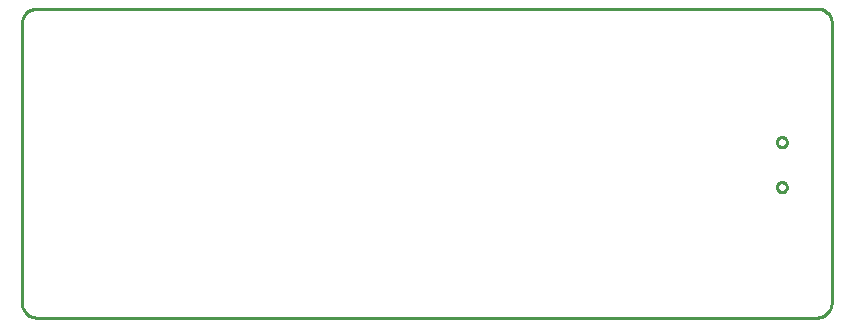
<source format=gbr>
G04 EAGLE Gerber RS-274X export*
G75*
%MOMM*%
%FSLAX34Y34*%
%LPD*%
%IN*%
%IPPOS*%
%AMOC8*
5,1,8,0,0,1.08239X$1,22.5*%
G01*
%ADD10C,0.254000*%


D10*
X129540Y403860D02*
X129588Y402753D01*
X129733Y401655D01*
X129973Y400573D01*
X130306Y399516D01*
X130730Y398493D01*
X131241Y397510D01*
X131837Y396576D01*
X132511Y395697D01*
X133260Y394880D01*
X134077Y394131D01*
X134956Y393457D01*
X135890Y392861D01*
X136873Y392350D01*
X137896Y391926D01*
X138953Y391593D01*
X140035Y391353D01*
X141133Y391208D01*
X142240Y391160D01*
X802640Y391160D01*
X803729Y391208D01*
X804811Y391350D01*
X805875Y391586D01*
X806915Y391914D01*
X807923Y392331D01*
X808890Y392835D01*
X809810Y393421D01*
X810675Y394084D01*
X811479Y394821D01*
X812216Y395625D01*
X812879Y396490D01*
X813465Y397410D01*
X813969Y398377D01*
X814386Y399385D01*
X814714Y400425D01*
X814950Y401489D01*
X815092Y402571D01*
X815140Y403660D01*
X815140Y640275D01*
X815162Y641302D01*
X815095Y642327D01*
X814938Y643342D01*
X814694Y644340D01*
X814364Y645313D01*
X813950Y646254D01*
X813456Y647154D01*
X812885Y648008D01*
X812241Y648810D01*
X811531Y649552D01*
X810758Y650229D01*
X809930Y650836D01*
X809051Y651369D01*
X808130Y651823D01*
X807172Y652196D01*
X806186Y652483D01*
X805178Y652683D01*
X804157Y652795D01*
X142234Y652768D01*
X141128Y652720D01*
X140030Y652576D01*
X138950Y652337D01*
X137894Y652005D01*
X136871Y651582D01*
X135889Y651072D01*
X134956Y650478D01*
X134077Y649804D01*
X133261Y649057D01*
X132513Y648242D01*
X131838Y647364D01*
X131243Y646431D01*
X130732Y645449D01*
X130307Y644427D01*
X129974Y643372D01*
X129734Y642291D01*
X129589Y641194D01*
X129540Y640088D01*
X129540Y403860D01*
X768770Y501979D02*
X768843Y502531D01*
X768987Y503069D01*
X769200Y503584D01*
X769479Y504066D01*
X769818Y504508D01*
X770212Y504902D01*
X770654Y505241D01*
X771136Y505520D01*
X771651Y505733D01*
X772189Y505877D01*
X772741Y505950D01*
X773299Y505950D01*
X773851Y505877D01*
X774389Y505733D01*
X774904Y505520D01*
X775386Y505241D01*
X775828Y504902D01*
X776222Y504508D01*
X776561Y504066D01*
X776840Y503584D01*
X777053Y503069D01*
X777197Y502531D01*
X777270Y501979D01*
X777270Y501421D01*
X777197Y500869D01*
X777053Y500331D01*
X776840Y499816D01*
X776561Y499334D01*
X776222Y498892D01*
X775828Y498498D01*
X775386Y498159D01*
X774904Y497880D01*
X774389Y497667D01*
X773851Y497523D01*
X773299Y497450D01*
X772741Y497450D01*
X772189Y497523D01*
X771651Y497667D01*
X771136Y497880D01*
X770654Y498159D01*
X770212Y498498D01*
X769818Y498892D01*
X769479Y499334D01*
X769200Y499816D01*
X768987Y500331D01*
X768843Y500869D01*
X768770Y501421D01*
X768770Y501979D01*
X768770Y539979D02*
X768843Y540531D01*
X768987Y541069D01*
X769200Y541584D01*
X769479Y542066D01*
X769818Y542508D01*
X770212Y542902D01*
X770654Y543241D01*
X771136Y543520D01*
X771651Y543733D01*
X772189Y543877D01*
X772741Y543950D01*
X773299Y543950D01*
X773851Y543877D01*
X774389Y543733D01*
X774904Y543520D01*
X775386Y543241D01*
X775828Y542902D01*
X776222Y542508D01*
X776561Y542066D01*
X776840Y541584D01*
X777053Y541069D01*
X777197Y540531D01*
X777270Y539979D01*
X777270Y539421D01*
X777197Y538869D01*
X777053Y538331D01*
X776840Y537816D01*
X776561Y537334D01*
X776222Y536892D01*
X775828Y536498D01*
X775386Y536159D01*
X774904Y535880D01*
X774389Y535667D01*
X773851Y535523D01*
X773299Y535450D01*
X772741Y535450D01*
X772189Y535523D01*
X771651Y535667D01*
X771136Y535880D01*
X770654Y536159D01*
X770212Y536498D01*
X769818Y536892D01*
X769479Y537334D01*
X769200Y537816D01*
X768987Y538331D01*
X768843Y538869D01*
X768770Y539421D01*
X768770Y539979D01*
M02*

</source>
